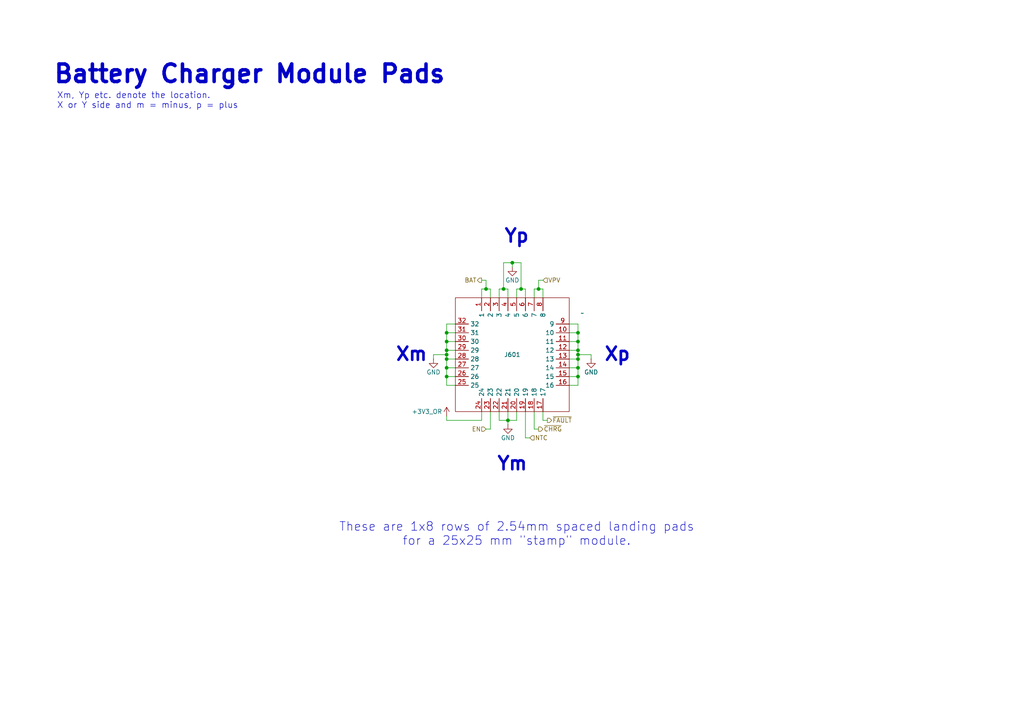
<source format=kicad_sch>
(kicad_sch (version 20250114) (generator "eeschema") (generator_version "9.0")
  (paper "A4")
  (title_block (title "bac EPS v1") (date "2024-09-30") (rev "1") (company "Build a CubeSat") (comment 1 "Manuel Imboden") (comment 2 "CC BY-SA 4.0") (comment 3 "https://buildacubesat.space"))
  (lib_symbols
    (symbol "bac EPS v1:+3V3_OR" (power) (pin_numbers (hide yes)) (pin_names (offset 0) (hide yes))
      (property "Value" "+3V3_OR" (at -5.334 1.016 0))
      (symbol "+3V3_OR_0_1"
        (polyline (pts (xy -0.762 1.27) (xy 0 2.54)))
        (polyline (pts (xy 0 2.54) (xy 0.762 1.27)))
        (polyline (pts (xy 0 0) (xy 0 2.54)))
      )
      (symbol "+3V3_OR_1_1"
        (pin power_in line (at 0 0 90) (length 0) (name "~") (number "1"))
      )
    )
    (symbol "bac EPS v1:bac EPS v1 Module"
      (property "Reference" "J" (at -0.254 0 0))
      (symbol "bac EPS v1 Module_0_1"
        (rectangle (start -16.51 16.51) (end 16.51 -16.51))
      )
      (symbol "bac EPS v1 Module_1_1"
        (pin passive line (at -16.51 8.89 0) (length 3.81) (name "32") (number "32"))
        (pin passive line (at -16.51 6.35 0) (length 3.81) (name "31") (number "31"))
        (pin passive line (at -16.51 3.81 0) (length 3.81) (name "30") (number "30"))
        (pin passive line (at -16.51 1.27 0) (length 3.81) (name "29") (number "29"))
        (pin passive line (at -16.51 -1.27 0) (length 3.81) (name "28") (number "28"))
        (pin passive line (at -16.51 -3.81 0) (length 3.81) (name "27") (number "27"))
        (pin passive line (at -16.51 -6.35 0) (length 3.81) (name "26") (number "26"))
        (pin passive line (at -16.51 -8.89 0) (length 3.81) (name "25") (number "25"))
        (pin passive line (at -8.89 16.51 270) (length 3.81) (name "1") (number "1"))
        (pin passive line (at -8.89 -16.51 90) (length 3.81) (name "24") (number "24"))
        (pin passive line (at -6.35 16.51 270) (length 3.81) (name "2") (number "2"))
        (pin passive line (at -6.35 -16.51 90) (length 3.81) (name "23") (number "23"))
        (pin passive line (at -3.81 16.51 270) (length 3.81) (name "3") (number "3"))
        (pin passive line (at -3.81 -16.51 90) (length 3.81) (name "22") (number "22"))
        (pin passive line (at -1.27 16.51 270) (length 3.81) (name "4") (number "4"))
        (pin passive line (at -1.27 -16.51 90) (length 3.81) (name "21") (number "21"))
        (pin passive line (at 1.27 16.51 270) (length 3.81) (name "5") (number "5"))
        (pin passive line (at 1.27 -16.51 90) (length 3.81) (name "20") (number "20"))
        (pin passive line (at 3.81 16.51 270) (length 3.81) (name "6") (number "6"))
        (pin passive line (at 3.81 -16.51 90) (length 3.81) (name "19") (number "19"))
        (pin passive line (at 6.35 16.51 270) (length 3.81) (name "7") (number "7"))
        (pin passive line (at 6.35 -16.51 90) (length 3.81) (name "18") (number "18"))
        (pin passive line (at 8.89 16.51 270) (length 3.81) (name "8") (number "8"))
        (pin passive line (at 8.89 -16.51 90) (length 3.81) (name "17") (number "17"))
        (pin passive line (at 16.51 8.89 180) (length 3.81) (name "9") (number "9"))
        (pin passive line (at 16.51 6.35 180) (length 3.81) (name "10") (number "10"))
        (pin passive line (at 16.51 3.81 180) (length 3.81) (name "11") (number "11"))
        (pin passive line (at 16.51 1.27 180) (length 3.81) (name "12") (number "12"))
        (pin passive line (at 16.51 -1.27 180) (length 3.81) (name "13") (number "13"))
        (pin passive line (at 16.51 -3.81 180) (length 3.81) (name "14") (number "14"))
        (pin passive line (at 16.51 -6.35 180) (length 3.81) (name "15") (number "15"))
        (pin passive line (at 16.51 -8.89 180) (length 3.81) (name "16") (number "16"))
      )
    )
    (symbol "power:GND" (power) (pin_numbers (hide yes)) (pin_names (offset 0) (hide yes))
      (property "Value" "GND" (at 0 -3.81 0))
      (symbol "GND_0_1"
        (polyline (pts (xy 0 0) (xy 0 -1.27) (xy 1.27 -1.27) (xy 0 -2.54) (xy -1.27 -1.27) (xy 0 -1.27)))
      )
      (symbol "GND_1_1"
        (pin power_in line (at 0 0 270) (length 0) (name "~") (number "1"))
      )
    )
  )
  (text "Ym" (at 148.59 134.62 0) (effects (font (size 3.81 3.81) (thickness 0.762) (bold yes))))
  (text "Xm" (at 119.38 102.87 0) (effects (font (size 3.81 3.81) (thickness 0.762) (bold yes))))
  (text "Xp" (at 179.07 102.87 0) (effects (font (size 3.81 3.81) (thickness 0.762) (bold yes))))
  (text "Battery Charger Module Pads" (at 15.24 21.59 0) (effects (font (size 5.08 5.08) (thickness 1.016) (bold yes)) (justify left)))
  (text "Yp" (at 149.86 68.58 0) (effects (font (size 3.81 3.81) (thickness 0.762) (bold yes))))
  (text "These are 1x8 rows of 2.54mm spaced landing pads\nfor a 25x25 mm \"stamp\" module." (at 149.86 154.94 0) (effects (font (size 2.54 2.54))))
  (text "Xm, Yp etc. denote the location.\nX or Y side and m = minus, p = plus" (at 16.51 29.21 0) (effects (font (size 1.778 1.778)) (justify left)))
  (junction (at 129.54 101.6))
  (junction (at 129.54 104.14))
  (junction (at 167.64 102.87))
  (junction (at 167.64 106.68))
  (junction (at 156.21 83.82))
  (junction (at 129.54 96.52))
  (junction (at 129.54 99.06))
  (junction (at 147.32 121.92))
  (junction (at 167.64 109.22))
  (junction (at 167.64 101.6))
  (junction (at 167.64 99.06))
  (junction (at 151.13 83.82))
  (junction (at 167.64 96.52))
  (junction (at 167.64 104.14))
  (junction (at 148.59 76.2))
  (junction (at 129.54 106.68))
  (junction (at 129.54 102.87))
  (junction (at 146.05 83.82))
  (junction (at 140.97 83.82))
  (junction (at 129.54 109.22))
  (wire (pts (xy 165.1 109.22) (xy 167.64 109.22)))
  (wire (pts (xy 142.24 124.46) (xy 140.97 124.46)))
  (wire (pts (xy 129.54 104.14) (xy 129.54 106.68)))
  (wire (pts (xy 156.21 83.82) (xy 157.48 83.82)))
  (wire (pts (xy 129.54 96.52) (xy 132.08 96.52)))
  (wire (pts (xy 147.32 121.92) (xy 149.86 121.92)))
  (wire (pts (xy 167.64 104.14) (xy 167.64 106.68)))
  (wire (pts (xy 129.54 102.87) (xy 125.73 102.87)))
  (wire (pts (xy 148.59 76.2) (xy 148.59 77.47)))
  (wire (pts (xy 165.1 106.68) (xy 167.64 106.68)))
  (wire (pts (xy 154.94 83.82) (xy 156.21 83.82)))
  (wire (pts (xy 167.64 102.87) (xy 167.64 104.14)))
  (wire (pts (xy 154.94 119.38) (xy 154.94 124.46)))
  (wire (pts (xy 157.48 119.38) (xy 157.48 121.92)))
  (wire (pts (xy 147.32 83.82) (xy 147.32 86.36)))
  (wire (pts (xy 157.48 83.82) (xy 157.48 86.36)))
  (wire (pts (xy 144.78 83.82) (xy 146.05 83.82)))
  (wire (pts (xy 152.4 127) (xy 153.67 127)))
  (wire (pts (xy 149.86 119.38) (xy 149.86 121.92)))
  (wire (pts (xy 129.54 109.22) (xy 129.54 111.76)))
  (wire (pts (xy 129.54 99.06) (xy 129.54 101.6)))
  (wire (pts (xy 129.54 121.92) (xy 129.54 120.65)))
  (wire (pts (xy 152.4 119.38) (xy 152.4 127)))
  (wire (pts (xy 158.75 121.92) (xy 157.48 121.92)))
  (wire (pts (xy 148.59 76.2) (xy 151.13 76.2)))
  (wire (pts (xy 129.54 96.52) (xy 129.54 99.06)))
  (wire (pts (xy 167.64 102.87) (xy 171.45 102.87)))
  (wire (pts (xy 139.7 119.38) (xy 139.7 121.92)))
  (wire (pts (xy 139.7 83.82) (xy 140.97 83.82)))
  (wire (pts (xy 156.21 81.28) (xy 156.21 83.82)))
  (wire (pts (xy 139.7 81.28) (xy 140.97 81.28)))
  (wire (pts (xy 129.54 104.14) (xy 132.08 104.14)))
  (wire (pts (xy 129.54 93.98) (xy 129.54 96.52)))
  (wire (pts (xy 167.64 106.68) (xy 167.64 109.22)))
  (wire (pts (xy 129.54 101.6) (xy 132.08 101.6)))
  (wire (pts (xy 165.1 104.14) (xy 167.64 104.14)))
  (wire (pts (xy 171.45 102.87) (xy 171.45 104.14)))
  (wire (pts (xy 129.54 99.06) (xy 132.08 99.06)))
  (wire (pts (xy 129.54 102.87) (xy 129.54 104.14)))
  (wire (pts (xy 167.64 93.98) (xy 167.64 96.52)))
  (wire (pts (xy 154.94 83.82) (xy 154.94 86.36)))
  (wire (pts (xy 140.97 81.28) (xy 140.97 83.82)))
  (wire (pts (xy 165.1 96.52) (xy 167.64 96.52)))
  (wire (pts (xy 165.1 99.06) (xy 167.64 99.06)))
  (wire (pts (xy 129.54 106.68) (xy 132.08 106.68)))
  (wire (pts (xy 147.32 119.38) (xy 147.32 121.92)))
  (wire (pts (xy 147.32 121.92) (xy 144.78 121.92)))
  (wire (pts (xy 129.54 101.6) (xy 129.54 102.87)))
  (wire (pts (xy 125.73 102.87) (xy 125.73 104.14)))
  (wire (pts (xy 151.13 83.82) (xy 152.4 83.82)))
  (wire (pts (xy 165.1 111.76) (xy 167.64 111.76)))
  (wire (pts (xy 140.97 83.82) (xy 142.24 83.82)))
  (wire (pts (xy 165.1 101.6) (xy 167.64 101.6)))
  (wire (pts (xy 142.24 124.46) (xy 142.24 119.38)))
  (wire (pts (xy 129.54 111.76) (xy 132.08 111.76)))
  (wire (pts (xy 144.78 119.38) (xy 144.78 121.92)))
  (wire (pts (xy 129.54 93.98) (xy 132.08 93.98)))
  (wire (pts (xy 151.13 76.2) (xy 151.13 83.82)))
  (wire (pts (xy 167.64 101.6) (xy 167.64 102.87)))
  (wire (pts (xy 167.64 99.06) (xy 167.64 101.6)))
  (wire (pts (xy 154.94 124.46) (xy 156.21 124.46)))
  (wire (pts (xy 167.64 96.52) (xy 167.64 99.06)))
  (wire (pts (xy 147.32 121.92) (xy 147.32 123.19)))
  (wire (pts (xy 152.4 83.82) (xy 152.4 86.36)))
  (wire (pts (xy 167.64 93.98) (xy 165.1 93.98)))
  (wire (pts (xy 142.24 83.82) (xy 142.24 86.36)))
  (wire (pts (xy 167.64 109.22) (xy 167.64 111.76)))
  (wire (pts (xy 129.54 109.22) (xy 132.08 109.22)))
  (wire (pts (xy 149.86 83.82) (xy 149.86 86.36)))
  (wire (pts (xy 139.7 83.82) (xy 139.7 86.36)))
  (wire (pts (xy 129.54 106.68) (xy 129.54 109.22)))
  (wire (pts (xy 144.78 83.82) (xy 144.78 86.36)))
  (wire (pts (xy 156.21 81.28) (xy 157.48 81.28)))
  (wire (pts (xy 146.05 76.2) (xy 146.05 83.82)))
  (wire (pts (xy 146.05 76.2) (xy 148.59 76.2)))
  (wire (pts (xy 149.86 83.82) (xy 151.13 83.82)))
  (wire (pts (xy 129.54 121.92) (xy 139.7 121.92)))
  (wire (pts (xy 146.05 83.82) (xy 147.32 83.82)))
  (hierarchical_label "NTC" (shape input) (at 153.67 127 0))
  (hierarchical_label "BAT" (shape output) (at 139.7 81.28 180))
  (hierarchical_label "~{CHRG}" (shape output) (at 156.21 124.46 0))
  (hierarchical_label "~{FAULT}" (shape output) (at 158.75 121.92 0))
  (hierarchical_label "VPV" (shape input) (at 157.48 81.28 0))
  (hierarchical_label "EN" (shape input) (at 140.97 124.46 180))
  (symbol (lib_id "bac EPS v1:+3V3_OR") (at 129.54 120.65 0) (unit 1)
    (property "Reference" "#PWR0505" (effects (hide yes)))
    (property "Value" "+3V3_OR" (at 123.825 119.38 0))
    (property "Description" "Power symbol creates a global label with name \"+3V3\"" (effects (hide yes)))
    (instances (project "" (path "" (reference "#PWR0605") (unit 1)) (path "" (reference "#PWR0505") (unit 1))))
  )
  (symbol (lib_id "power:GND") (at 171.45 104.14 0) (mirror y) (unit 1) (in_bom no) (on_board no)
    (property "Reference" "#PWR0504" (effects (hide yes)))
    (property "Value" "GND" (at 171.45 107.95 0))
    (property "Description" "Power symbol creates a global label with name \"GND\" , ground" (effects (hide yes)))
    (instances (project "bac-eps-v1" (path "" (reference "#PWR0604") (unit 1)) (path "" (reference "#PWR0504") (unit 1))))
  )
  (symbol (lib_id "power:GND") (at 125.73 104.14 0) (unit 1) (in_bom no) (on_board no)
    (property "Reference" "#PWR0501" (effects (hide yes)))
    (property "Value" "GND" (at 125.73 107.95 0))
    (property "Description" "Power symbol creates a global label with name \"GND\" , ground" (effects (hide yes)))
    (instances (project "bac-eps-v1" (path "" (reference "#PWR0601") (unit 1)) (path "" (reference "#PWR0501") (unit 1))))
  )
  (symbol (lib_id "power:GND") (at 147.32 123.19 0) (unit 1) (in_bom no) (on_board no)
    (property "Reference" "#PWR0502" (effects (hide yes)))
    (property "Value" "GND" (at 147.32 127 0))
    (property "Description" "Power symbol creates a global label with name \"GND\" , ground" (effects (hide yes)))
    (instances (project "bac-eps-v1" (path "" (reference "#PWR0602") (unit 1)) (path "" (reference "#PWR0502") (unit 1))))
  )
  (symbol (lib_id "power:GND") (at 148.59 77.47 0) (unit 1) (in_bom no) (on_board no)
    (property "Reference" "#PWR0503" (effects (hide yes)))
    (property "Value" "GND" (at 148.59 81.28 0))
    (property "Description" "Power symbol creates a global label with name \"GND\" , ground" (effects (hide yes)))
    (instances (project "bac-eps-v1" (path "" (reference "#PWR0603") (unit 1)) (path "" (reference "#PWR0503") (unit 1))))
  )
  (symbol (lib_id "bac EPS v1:bac EPS v1 Module") (at 148.59 102.87 0) (unit 1)
    (property "Reference" "J501" (at 148.59 102.87 0))
    (property "Value" "~" (at 168.91 90.8365 0))
    (property "Footprint" "bac EPS v1:bac-eps-v1-module-landing-pad" (effects (hide yes)))
    (property "Description" "Landing Pad array for a 25 x 25 mm sized solder-on module" (effects (hide yes)))
    (instances (project "" (path "" (reference "J601") (unit 1)) (path "" (reference "J501") (unit 1))))
  )
)
</source>
